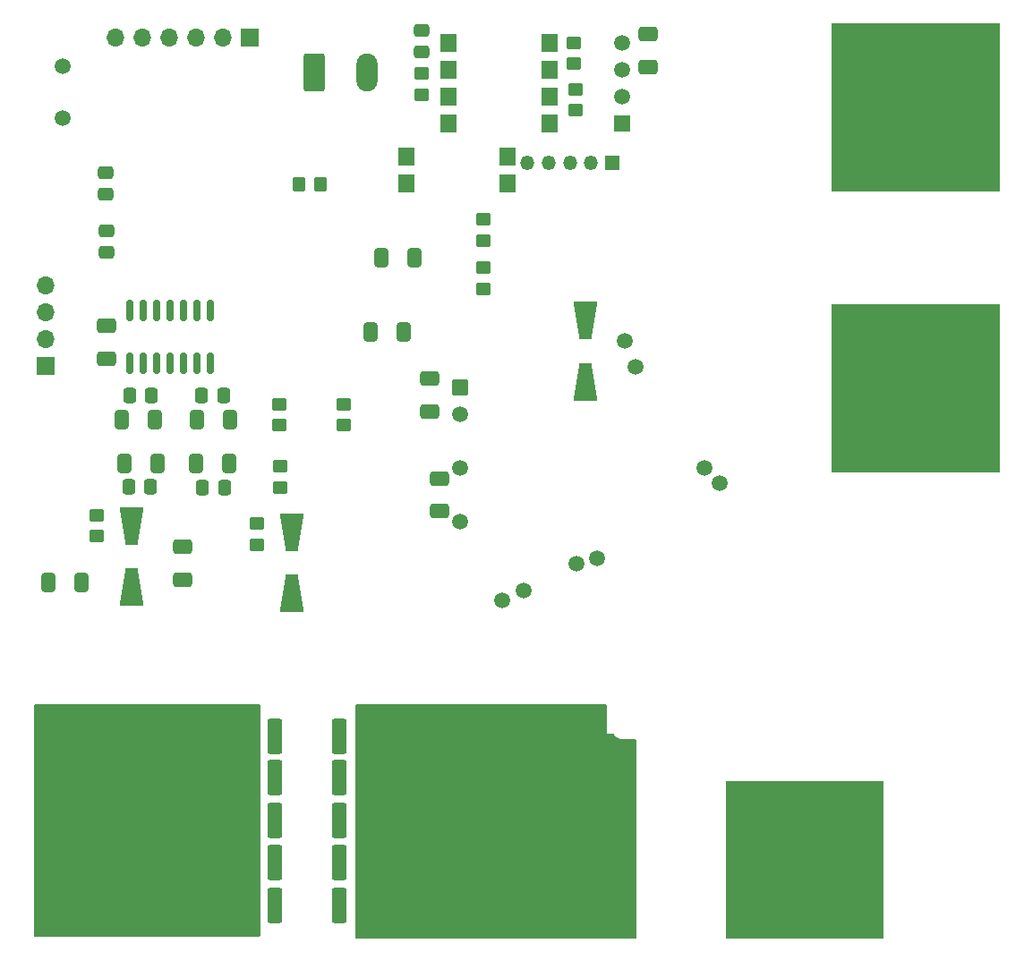
<source format=gbr>
%TF.GenerationSoftware,KiCad,Pcbnew,7.0.9*%
%TF.CreationDate,2024-06-05T18:47:22+05:30*%
%TF.ProjectId,BMS_Master,424d535f-4d61-4737-9465-722e6b696361,rev?*%
%TF.SameCoordinates,Original*%
%TF.FileFunction,Soldermask,Bot*%
%TF.FilePolarity,Negative*%
%FSLAX46Y46*%
G04 Gerber Fmt 4.6, Leading zero omitted, Abs format (unit mm)*
G04 Created by KiCad (PCBNEW 7.0.9) date 2024-06-05 18:47:22*
%MOMM*%
%LPD*%
G01*
G04 APERTURE LIST*
G04 Aperture macros list*
%AMRoundRect*
0 Rectangle with rounded corners*
0 $1 Rounding radius*
0 $2 $3 $4 $5 $6 $7 $8 $9 X,Y pos of 4 corners*
0 Add a 4 corners polygon primitive as box body*
4,1,4,$2,$3,$4,$5,$6,$7,$8,$9,$2,$3,0*
0 Add four circle primitives for the rounded corners*
1,1,$1+$1,$2,$3*
1,1,$1+$1,$4,$5*
1,1,$1+$1,$6,$7*
1,1,$1+$1,$8,$9*
0 Add four rect primitives between the rounded corners*
20,1,$1+$1,$2,$3,$4,$5,0*
20,1,$1+$1,$4,$5,$6,$7,0*
20,1,$1+$1,$6,$7,$8,$9,0*
20,1,$1+$1,$8,$9,$2,$3,0*%
%AMOutline4P*
0 Free polygon, 4 corners , with rotation*
0 The origin of the aperture is its center*
0 number of corners: always 4*
0 $1 to $8 corner X, Y*
0 $9 Rotation angle, in degrees counterclockwise*
0 create outline with 4 corners*
4,1,4,$1,$2,$3,$4,$5,$6,$7,$8,$1,$2,$9*%
G04 Aperture macros list end*
%ADD10R,1.498600X1.498600*%
%ADD11C,1.498600*%
%ADD12RoundRect,0.250000X-0.750000X-1.550000X0.750000X-1.550000X0.750000X1.550000X-0.750000X1.550000X0*%
%ADD13O,2.000000X3.600000*%
%ADD14R,1.700000X1.700000*%
%ADD15O,1.700000X1.700000*%
%ADD16C,16.800000*%
%ADD17C,1.500000*%
%ADD18R,15.000000X15.000000*%
%ADD19C,1.512000*%
%ADD20RoundRect,0.102000X-0.654000X0.654000X-0.654000X-0.654000X0.654000X-0.654000X0.654000X0.654000X0*%
%ADD21R,1.350000X1.350000*%
%ADD22O,1.350000X1.350000*%
%ADD23R,16.000000X16.000000*%
%ADD24RoundRect,0.250000X-0.650000X0.412500X-0.650000X-0.412500X0.650000X-0.412500X0.650000X0.412500X0*%
%ADD25R,1.500000X1.780000*%
%ADD26RoundRect,0.249999X-0.450001X-1.425001X0.450001X-1.425001X0.450001X1.425001X-0.450001X1.425001X0*%
%ADD27RoundRect,0.250000X-0.412500X-0.650000X0.412500X-0.650000X0.412500X0.650000X-0.412500X0.650000X0*%
%ADD28RoundRect,0.250000X0.450000X-0.350000X0.450000X0.350000X-0.450000X0.350000X-0.450000X-0.350000X0*%
%ADD29RoundRect,0.250000X-0.450000X0.350000X-0.450000X-0.350000X0.450000X-0.350000X0.450000X0.350000X0*%
%ADD30RoundRect,0.250000X-0.475000X0.337500X-0.475000X-0.337500X0.475000X-0.337500X0.475000X0.337500X0*%
%ADD31RoundRect,0.150000X-0.150000X0.825000X-0.150000X-0.825000X0.150000X-0.825000X0.150000X0.825000X0*%
%ADD32R,1.520000X1.780000*%
%ADD33R,1.520000X1.750000*%
%ADD34Outline4P,-1.800000X-1.150000X1.800000X-0.550000X1.800000X0.550000X-1.800000X1.150000X270.000000*%
%ADD35Outline4P,-1.800000X-1.150000X1.800000X-0.550000X1.800000X0.550000X-1.800000X1.150000X90.000000*%
%ADD36RoundRect,0.250000X0.350000X0.450000X-0.350000X0.450000X-0.350000X-0.450000X0.350000X-0.450000X0*%
%ADD37RoundRect,0.250000X0.475000X-0.337500X0.475000X0.337500X-0.475000X0.337500X-0.475000X-0.337500X0*%
%ADD38RoundRect,0.250000X0.650000X-0.412500X0.650000X0.412500X-0.650000X0.412500X-0.650000X-0.412500X0*%
%ADD39RoundRect,0.250000X0.337500X0.475000X-0.337500X0.475000X-0.337500X-0.475000X0.337500X-0.475000X0*%
%ADD40RoundRect,0.250000X0.412500X0.650000X-0.412500X0.650000X-0.412500X-0.650000X0.412500X-0.650000X0*%
G04 APERTURE END LIST*
D10*
%TO.C,U15*%
X244208200Y-67810000D03*
D11*
X244208200Y-65270000D03*
X244208200Y-62730000D03*
X244208200Y-60190000D03*
%TD*%
D12*
%TO.C,J1*%
X215100000Y-63000000D03*
D13*
X220100000Y-63000000D03*
%TD*%
D14*
%TO.C,J2*%
X189700000Y-90820000D03*
D15*
X189700000Y-88280000D03*
X189700000Y-85740000D03*
X189700000Y-83200000D03*
%TD*%
D16*
%TO.C,H1*%
X200000000Y-134000000D03*
%TD*%
D17*
%TO.C,K1*%
X239900000Y-109500000D03*
X241900000Y-109000000D03*
X232900000Y-113000000D03*
X234900000Y-112000000D03*
D18*
X234900000Y-137500000D03*
X261500000Y-137500000D03*
%TD*%
D19*
%TO.C,IC1*%
X228910000Y-95380000D03*
X228910000Y-100460000D03*
D20*
X228910000Y-92840000D03*
D19*
X228910000Y-105540000D03*
%TD*%
D17*
%TO.C,Y1*%
X191300000Y-62450000D03*
X191300000Y-67330000D03*
%TD*%
D21*
%TO.C,J4*%
X243300000Y-71600000D03*
D22*
X241300000Y-71600000D03*
X239300000Y-71600000D03*
X237300000Y-71600000D03*
X235300000Y-71600000D03*
%TD*%
D17*
%TO.C,K2*%
X245500000Y-90900000D03*
X244500000Y-88400000D03*
X253500000Y-101900000D03*
X252000000Y-100400000D03*
D23*
X272000000Y-92900000D03*
X272000000Y-66300000D03*
%TD*%
D14*
%TO.C,J3*%
X208980000Y-59700000D03*
D15*
X206440000Y-59700000D03*
X203900000Y-59700000D03*
X201360000Y-59700000D03*
X198820000Y-59700000D03*
X196280000Y-59700000D03*
%TD*%
D24*
%TO.C,C20*%
X195500000Y-86937500D03*
X195500000Y-90062500D03*
%TD*%
D25*
%TO.C,U16*%
X223835000Y-73470000D03*
X223835000Y-70930000D03*
X233365000Y-70930000D03*
X233365000Y-73470000D03*
%TD*%
D26*
%TO.C,R3*%
X211350000Y-133800000D03*
X217450000Y-133800000D03*
%TD*%
D27*
%TO.C,C16*%
X196937500Y-95900000D03*
X200062500Y-95900000D03*
%TD*%
D26*
%TO.C,R4*%
X211350000Y-129740000D03*
X217450000Y-129740000D03*
%TD*%
D28*
%TO.C,R28*%
X217900000Y-96400000D03*
X217900000Y-94400000D03*
%TD*%
D26*
%TO.C,R1*%
X211350000Y-141800000D03*
X217450000Y-141800000D03*
%TD*%
D27*
%TO.C,C12*%
X197137500Y-100000000D03*
X200262500Y-100000000D03*
%TD*%
D28*
%TO.C,R34*%
X225300000Y-65100000D03*
X225300000Y-63100000D03*
%TD*%
D29*
%TO.C,R25*%
X194500000Y-104900000D03*
X194500000Y-106900000D03*
%TD*%
D28*
%TO.C,R35*%
X239800000Y-66600000D03*
X239800000Y-64600000D03*
%TD*%
D26*
%TO.C,R2*%
X211350000Y-137800000D03*
X217450000Y-137800000D03*
%TD*%
D30*
%TO.C,C25*%
X195500000Y-77962500D03*
X195500000Y-80037500D03*
%TD*%
D31*
%TO.C,U11*%
X197650000Y-85550000D03*
X198920000Y-85550000D03*
X200190000Y-85550000D03*
X201460000Y-85550000D03*
X202730000Y-85550000D03*
X204000000Y-85550000D03*
X205270000Y-85550000D03*
X205270000Y-90500000D03*
X204000000Y-90500000D03*
X202730000Y-90500000D03*
X201460000Y-90500000D03*
X200190000Y-90500000D03*
X198920000Y-90500000D03*
X197650000Y-90500000D03*
%TD*%
D32*
%TO.C,U14*%
X237360000Y-60190000D03*
D33*
X237360000Y-62730000D03*
D32*
X237360000Y-65270000D03*
X237360000Y-67810000D03*
X227840000Y-67810000D03*
X227840000Y-65270000D03*
X227840000Y-62730000D03*
X227840000Y-60190000D03*
%TD*%
D34*
%TO.C,D2*%
X197800000Y-105900000D03*
D35*
X197800000Y-111700000D03*
%TD*%
D36*
%TO.C,R37*%
X215700000Y-73600000D03*
X213700000Y-73600000D03*
%TD*%
D24*
%TO.C,C1*%
X226000000Y-91977500D03*
X226000000Y-95102500D03*
%TD*%
D29*
%TO.C,R26*%
X209700000Y-105700000D03*
X209700000Y-107700000D03*
%TD*%
D37*
%TO.C,C33*%
X225300000Y-61100000D03*
X225300000Y-59025000D03*
%TD*%
D27*
%TO.C,C3*%
X220437500Y-87540000D03*
X223562500Y-87540000D03*
%TD*%
D38*
%TO.C,C2*%
X227000000Y-104540000D03*
X227000000Y-101415000D03*
%TD*%
D24*
%TO.C,C11*%
X202700000Y-107875000D03*
X202700000Y-111000000D03*
%TD*%
D29*
%TO.C,R30*%
X231100000Y-76900000D03*
X231100000Y-78900000D03*
%TD*%
D39*
%TO.C,C13*%
X199637500Y-102200000D03*
X197562500Y-102200000D03*
%TD*%
D40*
%TO.C,C7*%
X193062500Y-111300000D03*
X189937500Y-111300000D03*
%TD*%
D28*
%TO.C,R27*%
X211800000Y-96400000D03*
X211800000Y-94400000D03*
%TD*%
D29*
%TO.C,R31*%
X231100000Y-81500000D03*
X231100000Y-83500000D03*
%TD*%
D39*
%TO.C,C19*%
X199737500Y-93600000D03*
X197662500Y-93600000D03*
%TD*%
%TO.C,C18*%
X206537500Y-93600000D03*
X204462500Y-93600000D03*
%TD*%
D27*
%TO.C,C17*%
X204037500Y-95900000D03*
X207162500Y-95900000D03*
%TD*%
D39*
%TO.C,C10*%
X206637500Y-102300000D03*
X204562500Y-102300000D03*
%TD*%
D37*
%TO.C,C28*%
X195400000Y-74537500D03*
X195400000Y-72462500D03*
%TD*%
D27*
%TO.C,C9*%
X203937500Y-100000000D03*
X207062500Y-100000000D03*
%TD*%
D28*
%TO.C,R32*%
X239700000Y-62200000D03*
X239700000Y-60200000D03*
%TD*%
%TO.C,R20*%
X211900000Y-102300000D03*
X211900000Y-100300000D03*
%TD*%
D34*
%TO.C,D3*%
X240800000Y-86500000D03*
D35*
X240800000Y-92300000D03*
%TD*%
D34*
%TO.C,D1*%
X213000000Y-106500000D03*
D35*
X213000000Y-112300000D03*
%TD*%
D27*
%TO.C,C4*%
X221437500Y-80540000D03*
X224562500Y-80540000D03*
%TD*%
D26*
%TO.C,R5*%
X211350000Y-125800000D03*
X217450000Y-125800000D03*
%TD*%
D24*
%TO.C,C35*%
X246700000Y-59337500D03*
X246700000Y-62462500D03*
%TD*%
G36*
X209943039Y-122819685D02*
G01*
X209988794Y-122872489D01*
X210000000Y-122924000D01*
X210000000Y-144676000D01*
X209980315Y-144743039D01*
X209927511Y-144788794D01*
X209876000Y-144800000D01*
X188724000Y-144800000D01*
X188656961Y-144780315D01*
X188611206Y-144727511D01*
X188600000Y-144676000D01*
X188600000Y-122924000D01*
X188619685Y-122856961D01*
X188672489Y-122811206D01*
X188724000Y-122800000D01*
X209876000Y-122800000D01*
X209943039Y-122819685D01*
G37*
G36*
X242743039Y-122819685D02*
G01*
X242788794Y-122872489D01*
X242800000Y-122924000D01*
X242800000Y-125600000D01*
X243365120Y-125600000D01*
X243432159Y-125619685D01*
X243464245Y-125651205D01*
X243464665Y-125650861D01*
X243467865Y-125654760D01*
X243468225Y-125655114D01*
X243468530Y-125655570D01*
X243592892Y-125807107D01*
X243744428Y-125931468D01*
X243744435Y-125931473D01*
X243917309Y-126023876D01*
X243917312Y-126023877D01*
X244104913Y-126080785D01*
X244104909Y-126080785D01*
X244300003Y-126100000D01*
X245476000Y-126100000D01*
X245543039Y-126119685D01*
X245588794Y-126172489D01*
X245600000Y-126224000D01*
X245600000Y-144876000D01*
X245580315Y-144943039D01*
X245527511Y-144988794D01*
X245476000Y-145000000D01*
X219124000Y-145000000D01*
X219056961Y-144980315D01*
X219011206Y-144927511D01*
X219000000Y-144876000D01*
X219000000Y-122924000D01*
X219019685Y-122856961D01*
X219072489Y-122811206D01*
X219124000Y-122800000D01*
X242676000Y-122800000D01*
X242743039Y-122819685D01*
G37*
M02*

</source>
